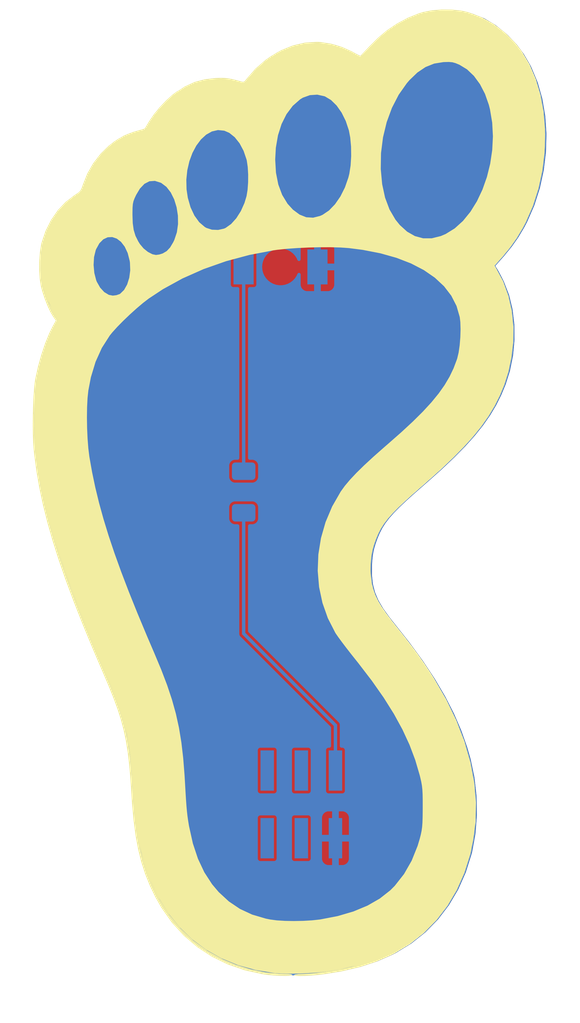
<source format=kicad_pcb>
(kicad_pcb (version 20221018) (generator pcbnew)
  (layers (0 "F.Cu" signal) (31 "B.Cu" signal) (34 "B.Paste" user) (35 "F.Paste" user) (36 "B.SilkS" user "B.Silkscreen") (37 "F.SilkS" user "F.Silkscreen") (38 "B.Mask" user) (39 "F.Mask" user) (44 "Edge.Cuts" user))
  (net 0 "")
  (net 1 "GND")
  (net 2 "Net-(D1-A)")
  (net 3 "3V3")
  (footprint "sao-2023-foot:foot_outline_edge" (layer "F.Cu") (at 148.6154 95.0722)
    (fp_text reference "G***" hide)
    (fp_text value "LOGO" hide)
    (fp_poly (pts (xy 12.621962 -35.854192) (xy 13.558347 -35.651211) (xy 14.434512 -35.304382) (xy 15.269194 -34.806001) (xy 16.081128 -34.148358) (xy 16.211077 -34.026987) (xy 16.842483 -33.362151) (xy 17.37439 -32.65178) (xy 17.847541 -31.840106) (xy 17.936124 -31.665894) (xy 18.412178 -30.53008) (xy 18.758452 -29.309338) (xy 18.975878 -28.024614) (xy 19.065391 -26.696855) (xy 19.027922 -25.347005) (xy 18.864405 -23.996012) (xy 18.575773 -22.664821) (xy 18.162958 -21.374378) (xy 17.626894 -20.14563) (xy 17.404157 -19.722847) (xy 16.964832 -18.986578) (xy 16.482364 -18.30117) (xy 15.912532 -17.605133) (xy 15.742926 -17.412953) (xy 15.25136 -16.863245) (xy 15.413075 -16.610927) (xy 15.524579 -16.417628) (xy 15.678779 -16.125648) (xy 15.847479 -15.788851) (xy 15.897356 -15.685761) (xy 16.277617 -14.712236) (xy 16.536292 -13.649108) (xy 16.672908 -12.523506) (xy 16.686997 -11.362555) (xy 16.578088 -10.193384) (xy 16.34571 -9.04312) (xy 16.029809 -8.044325) (xy 15.701009 -7.251826) (xy 15.317498 -6.486439) (xy 14.868152 -5.7344) (xy 14.341845 -4.981944) (xy 13.727454 -4.215307) (xy 13.013853 -3.420724) (xy 12.189918 -2.584432) (xy 11.244524 -1.692665) (xy 10.166546 -0.73166) (xy 10.00861 -0.594444) (xy 9.267275 0.053856) (xy 8.644689 0.614367) (xy 8.127406 1.103315) (xy 7.701979 1.536927) (xy 7.354962 1.93143) (xy 7.072907 2.303051) (xy 6.842368 2.668018) (xy 6.649899 3.042556) (xy 6.482053 3.442894) (xy 6.344913 3.826822) (xy 6.220548 4.250809) (xy 6.13935 4.678133) (xy 6.090188 5.175588) (xy 6.075347 5.444609) (xy 6.072473 6.172147) (xy 6.142353 6.82518) (xy 6.29675 7.434803) (xy 6.547424 8.032108) (xy 6.906136 8.648191) (xy 7.384649 9.314144) (xy 7.678472 9.682833) (xy 8.839853 11.150964) (xy 9.86249 12.550192) (xy 10.754145 13.894275) (xy 11.522576 15.196967) (xy 12.175543 16.472024) (xy 12.720805 17.733202) (xy 13.166123 18.994256) (xy 13.413245 19.849007) (xy 13.702634 21.222552) (xy 13.860292 22.633134) (xy 13.885837 24.047068) (xy 13.778891 25.430669) (xy 13.539071 26.750251) (xy 13.493248 26.934267) (xy 13.060164 28.304136) (xy 12.494889 29.578722) (xy 11.802305 30.751818) (xy 10.987296 31.81722) (xy 10.054745 32.76872) (xy 9.009535 33.600114) (xy 7.85655 34.305196) (xy 7.581953 34.446206) (xy 6.44585 34.942257) (xy 5.219933 35.344076) (xy 3.883614 35.65751) (xy 2.578628 35.867675) (xy 2.066267 35.926686) (xy 1.579118 35.967943) (xy 1.142411 35.990922) (xy 0.781377 35.995101) (xy 0.521246 35.979957) (xy -0.038519 35.980753) (xy -0.353076 35.98844) (xy -0.736848 35.979649) (xy -1.157176 35.955056) (xy -1.5814 35.915336) (xy -1.934437 35.868022) (xy -3.289662 35.573537) (xy -4.56378 35.133723) (xy -5.750737 34.552921) (xy -6.844483 33.835472) (xy -7.838962 32.985715) (xy -8.728124 32.00799) (xy -9.505914 30.906638) (xy -9.9532 30.118201) (xy -10.364331 29.263004) (xy -10.711776 28.399313) (xy -11.0012 27.502765) (xy -11.238265 26.549002) (xy -11.428637 25.513661) (xy -11.577979 24.372383) (xy -11.691955 23.100807) (xy -11.734615 22.456292) (xy -11.812813 21.287056) (xy -11.902677 20.255792) (xy -12.011186 19.332324) (xy -12.145316 18.486478) (xy -12.312045 17.688079) (xy -12.518351 16.906952) (xy -12.771211 16.112923) (xy -13.077601 15.275815) (xy -13.444501 14.365454) (xy -13.795889 13.542017) (xy -14.630825 11.590098) (xy -15.381218 9.769004) (xy -16.050897 8.066432) (xy -16.643689 6.470078) (xy -17.163423 4.96764) (xy -17.613925 3.546814) (xy -17.999024 2.195296) (xy -18.322548 0.900782) (xy -18.588325 -0.34903) (xy -18.800181 -1.566444) (xy -18.961947 -2.763764) (xy -19.011777 -3.222921) (xy -19.049504 -3.739064) (xy -19.071774 -4.360276) (xy -19.079407 -5.050444) (xy -19.073219 -5.773451) (xy -19.054031 -6.493183) (xy -19.02266 -7.173526) (xy -18.979925 -7.778365) (xy -18.926644 -8.271586) (xy -18.892508 -8.485562) (xy -18.694273 -9.38893) (xy -18.44599 -10.284551) (xy -18.161539 -11.130462) (xy -17.854801 -11.884698) (xy -17.595366 -12.407164) (xy -17.361842 -12.829229) (xy -17.594243 -13.164118) (xy -17.787515 -13.497468) (xy -17.994239 -13.945649) (xy -18.194516 -14.458618) (xy -18.368447 -14.986331) (xy -18.471947 -15.371431) (xy -18.560883 -15.919132) (xy -18.602688 -16.567456) (xy -18.598228 -17.255808) (xy -18.548367 -17.92359) (xy -18.453968 -18.510206) (xy -18.425482 -18.62947) (xy -18.13302 -19.49898) (xy -17.726292 -20.312067) (xy -17.223641 -21.042189) (xy -16.643414 -21.662808) (xy -16.003956 -22.147381) (xy -15.986349 -22.158144) (xy -15.719442 -22.331626) (xy -15.555299 -22.484826) (xy -15.447482 -22.675133) (xy -15.357003 -22.935892) (xy -15.025208 -23.773261) (xy -14.577531 -24.55337) (xy -14.032885 -25.257553) (xy -13.410182 -25.867145) (xy -12.728338 -26.363478) (xy -12.006265 -26.727887) (xy -11.306166 -26.933762) (xy -10.802366 -27.029505) (xy -10.426514 -27.661148) (xy -10.074073 -28.180754) (xy -9.634199 -28.719263) (xy -9.150528 -29.229374) (xy -8.666693 -29.663787) (xy -8.383259 -29.87607) (xy -7.568489 -30.336978) (xy -6.704685 -30.653945) (xy -5.815182 -30.822966) (xy -4.923316 -30.840037) (xy -4.052421 -30.701152) (xy -3.870413 -30.650609) (xy -3.40937 -30.512372) (xy -3.197565 -30.794762) (xy -2.508558 -31.588857) (xy -1.726343 -32.267139) (xy -0.872115 -32.814812) (xy 0.03293 -33.217082) (xy 0.462583 -33.349786) (xy 0.909675 -33.431198) (xy 1.459258 -33.47543) (xy 2.04975 -33.482391) (xy 2.619571 -33.45199) (xy 3.107138 -33.384136) (xy 3.23808 -33.353882) (xy 3.545158 -33.254685) (xy 3.934418 -33.103123) (xy 4.33948 -32.925731) (xy 4.496324 -32.850902) (xy 5.249932 -32.480711) (xy 5.965417 -33.240767) (xy 6.608393 -33.881764) (xy 7.225111 -34.402267) (xy 7.85852 -34.835097) (xy 8.536755 -35.205797) (xy 9.315778 -35.545859) (xy 10.055326 -35.768403) (xy 10.819588 -35.888385) (xy 11.606623 -35.921033)) (stroke (width 0.01)) (fill none) (layer "Edge.Cuts"))
  )
  (footprint "sao-2023-foot:foot_front_silkscreen" (layer "F.Cu") (at 148.59 94.97)
    (fp_text reference "G***" hide)
    (fp_text value "LOGO" hide)
    (fp_poly (pts (xy 12.045808 -35.85729) (xy 12.756915 -35.781273) (xy 13.229799 -35.677738) (xy 14.199805 -35.317039) (xy 15.123706 -34.808027) (xy 15.975757 -34.16936) (xy 16.730215 -33.419702) (xy 17.227502 -32.779939) (xy 17.821238 -31.773504) (xy 18.292885 -30.670605) (xy 18.643195 -29.489698) (xy 18.872919 -28.249235) (xy 18.982808 -26.967671) (xy 18.973614 -25.663458) (xy 18.846087 -24.355051) (xy 18.600979 -23.060904) (xy 18.23904 -21.799469) (xy 17.761022 -20.589201) (xy 17.167676 -19.448553) (xy 16.652667 -18.65717) (xy 16.367198 -18.280043) (xy 16.037213 -17.877408) (xy 15.723538 -17.522815) (xy 15.653367 -17.448814) (xy 15.133373 -16.910984) (xy 15.336234 -16.589632) (xy 15.860467 -15.605526) (xy 16.251191 -14.537993) (xy 16.507448 -13.407165) (xy 16.628283 -12.233177) (xy 16.612737 -11.036161) (xy 16.459856 -9.836252) (xy 16.168682 -8.653582) (xy 15.764862 -7.56836) (xy 15.358217 -6.729417) (xy 14.877236 -5.904114) (xy 14.311138 -5.07968) (xy 13.649146 -4.243344) (xy 12.88048 -3.382335) (xy 11.99436 -2.483882) (xy 10.980008 -1.535216) (xy 9.826645 -0.523564) (xy 9.798345 -0.499409) (xy 9.151143 0.056745) (xy 8.619361 0.524) (xy 8.18684 0.918252) (xy 7.83742 1.255399) (xy 7.554941 1.551336) (xy 7.323245 1.82196) (xy 7.126172 2.083168) (xy 7.029358 2.224549) (xy 6.558752 3.076453) (xy 6.223004 3.996867) (xy 6.028073 4.955612) (xy 5.979923 5.922506) (xy 6.084514 6.86737) (xy 6.098645 6.936329) (xy 6.208435 7.36616) (xy 6.358074 7.778988) (xy 6.561737 8.199453) (xy 6.833597 8.652192) (xy 7.18783 9.161845) (xy 7.638607 9.753048) (xy 7.927408 10.115186) (xy 8.552678 10.899623) (xy 9.089314 11.595347) (xy 9.56268 12.237333) (xy 9.998142 12.860555) (xy 10.421068 13.499988) (xy 10.696291 13.932954) (xy 11.611951 15.513849) (xy 12.371768 17.086435) (xy 12.975034 18.646338) (xy 13.421044 20.189184) (xy 13.70909 21.710596) (xy 13.838466 23.2062) (xy 13.808465 24.671621) (xy 13.618381 26.102484) (xy 13.267506 27.494414) (xy 13.006912 28.238742) (xy 12.425281 29.543609) (xy 11.735328 30.724071) (xy 10.934985 31.781647) (xy 10.022185 32.717857) (xy 8.994862 33.534222) (xy 7.850947 34.232263) (xy 6.588374 34.813498) (xy 5.205077 35.279449) (xy 3.698986 35.631636) (xy 2.741712 35.788113) (xy 2.092239 35.862296) (xy 1.374171 35.916707) (xy 0.636104 35.949769) (xy -0.073364 35.959902) (xy -0.705634 35.94553) (xy -1.13543 35.914025) (xy -2.555024 35.684973) (xy -3.883695 35.315366) (xy -5.118459 34.808043) (xy -6.256336 34.165842) (xy -7.294342 33.3916) (xy -8.229497 32.488157) (xy -9.058817 31.45835) (xy -9.77932 30.305017) (xy -10.388026 29.030997) (xy -10.88195 27.639128) (xy -11.219897 26.316202) (xy -11.337237 25.731676) (xy -11.43281 25.169601) (xy -11.510885 24.593134) (xy -11.575732 23.965435) (xy -11.631621 23.249663) (xy -11.682822 22.408977) (xy -11.691632 22.246027) (xy -11.767141 21.049538) (xy -11.862962 19.987556) (xy -11.986633 19.026861) (xy -12.145691 18.134234) (xy -12.347674 17.276456) (xy -12.60012 16.420308) (xy -12.910567 15.532569) (xy -13.286553 14.580021) (xy -13.597876 13.845103) (xy -14.379156 12.018761) (xy -15.082571 10.326081) (xy -15.712551 8.754017) (xy -16.273525 7.289522) (xy -16.769922 5.91955) (xy -17.206171 4.631056) (xy -17.586701 3.410993) (xy -17.915941 2.246316) (xy -18.19832 1.123978) (xy -18.438268 0.030933) (xy -18.626607 -0.967218) (xy -18.767989 -1.81479) (xy -18.874205 -2.547066) (xy -18.949629 -3.212247) (xy -18.998637 -3.858537) (xy -19.025603 -4.534138) (xy -19.034903 -5.287251) (xy -19.035014 -5.466887) (xy -19.034857 -5.473139) (xy -15.12269 -5.473139) (xy -15.110104 -4.681277) (xy -15.075194 -3.900982) (xy -15.018702 -3.176721) (xy -14.941368 -2.55296) (xy -14.936641 -2.523178) (xy -14.737996 -1.399038) (xy -14.500566 -0.265783) (xy -14.219683 0.890699) (xy -13.89068 2.084519) (xy -13.50889 3.329788) (xy -13.069645 4.640618) (xy -12.568277 6.031119) (xy -12.000119 7.515403) (xy -11.360505 9.107582) (xy -10.644765 10.821767) (xy -10.110077 12.069206) (xy -9.587843 13.318278) (xy -9.151292 14.463789) (xy -8.791922 15.541547) (xy -8.501231 16.587361) (xy -8.270718 17.637041) (xy -8.091879 18.726396) (xy -7.956212 19.891236) (xy -7.855216 21.167368) (xy -7.823587 21.699338) (xy -7.783074 22.41685) (xy -7.747078 22.996281) (xy -7.712813 23.467607) (xy -7.67749 23.860799) (xy -7.638321 24.205833) (xy -7.59252 24.532681) (xy -7.537297 24.871316) (xy -7.518514 24.979471) (xy -7.236224 26.252352) (xy -6.858427 27.391242) (xy -6.382226 28.402575) (xy -5.804721 29.292784) (xy -5.312992 29.874642) (xy -4.555124 30.57411) (xy -3.730316 31.130477) (xy -2.820827 31.553192) (xy -1.808918 31.851703) (xy -1.471854 31.920463) (xy -0.988725 31.983135) (xy -0.388087 32.020474) (xy 0.281291 32.032573) (xy 0.970638 32.019524) (xy 1.631187 31.981422) (xy 2.214165 31.91836) (xy 2.248552 31.913349) (xy 3.541758 31.664281) (xy 4.715666 31.320053) (xy 5.764261 30.88338) (xy 6.681528 30.35698) (xy 7.461453 29.74357) (xy 7.795316 29.408059) (xy 8.485516 28.529204) (xy 9.052146 27.537803) (xy 9.495998 26.432366) (xy 9.653908 25.904636) (xy 9.733877 25.592958) (xy 9.79171 25.314308) (xy 9.831053 25.030603) (xy 9.855553 24.703761) (xy 9.868855 24.2957) (xy 9.874608 23.768338) (xy 9.87537 23.591722) (xy 9.875198 23.027155) (xy 9.867801 22.591059) (xy 9.849514 22.24373) (xy 9.81667 21.945466) (xy 9.765606 21.656562) (xy 9.692654 21.337315) (xy 9.652303 21.175524) (xy 9.318651 20.03738) (xy 8.892244 18.905655) (xy 8.364727 17.765266) (xy 7.727745 16.601129) (xy 6.972943 15.398161) (xy 6.091966 14.141277) (xy 5.07646 12.815395) (xy 4.897842 12.591994) (xy 4.525538 12.123317) (xy 4.170734 11.666327) (xy 3.853563 11.247752) (xy 3.594157 10.894317) (xy 3.412649 10.632749) (xy 3.363638 10.555299) (xy 2.812039 9.474757) (xy 2.410987 8.336028) (xy 2.159877 7.154732) (xy 2.0581 5.946492) (xy 2.105052 4.726929) (xy 2.300124 3.511663) (xy 2.642712 2.316316) (xy 3.132207 1.15651) (xy 3.768004 0.047867) (xy 3.77183 0.042053) (xy 4.073918 -0.376114) (xy 4.457842 -0.833765) (xy 4.934249 -1.341636) (xy 5.513786 -1.910462) (xy 6.207101 -2.550982) (xy 7.024842 -3.273931) (xy 7.275166 -3.490531) (xy 8.27466 -4.369473) (xy 9.142107 -5.172541) (xy 9.88817 -5.912912) (xy 10.523509 -6.603763) (xy 11.058784 -7.258269) (xy 11.504658 -7.889607) (xy 11.871791 -8.510954) (xy 12.170844 -9.135486) (xy 12.412478 -9.77638) (xy 12.446882 -9.88245) (xy 12.548994 -10.313422) (xy 12.626422 -10.855049) (xy 12.675777 -11.45113) (xy 12.693671 -12.045461) (xy 12.676714 -12.58184) (xy 12.631977 -12.952317) (xy 12.39323 -13.778875) (xy 12.001334 -14.545371) (xy 11.461457 -15.248588) (xy 10.778767 -15.885306) (xy 9.958433 -16.452308) (xy 9.005622 -16.946375) (xy 7.925501 -17.364289) (xy 6.723239 -17.702832) (xy 5.404004 -17.958785) (xy 4.381253 -18.090475) (xy 3.773591 -18.133856) (xy 3.042762 -18.154704) (xy 2.232121 -18.154287) (xy 1.385019 -18.133873) (xy 0.544811 -18.094731) (xy -0.245151 -18.03813) (xy -0.941514 -17.965337) (xy -1.219536 -17.926601) (xy -3.026454 -17.581154) (xy -4.770146 -17.112713) (xy -6.434587 -16.527473) (xy -8.003752 -15.831625) (xy -9.461618 -15.031363) (xy -10.519914 -14.332403) (xy -10.942708 -14.00698) (xy -11.421722 -13.601621) (xy -11.923475 -13.148091) (xy -12.414486 -12.67816) (xy -12.861276 -12.223595) (xy -13.230364 -11.816163) (xy -13.423716 -11.577144) (xy -14.01188 -10.656554) (xy -14.480648 -9.619115) (xy -14.828977 -8.46751) (xy -15.019101 -7.473458) (xy -15.077929 -6.913697) (xy -15.112212 -6.232101) (xy -15.12269 -5.473139) (xy -19.034857 -5.473139) (xy -19.003051 -6.742968) (xy -18.905043 -7.897087) (xy -18.733576 -8.964943) (xy -18.481237 -9.982237) (xy -18.140616 -10.984667) (xy -17.704297 -12.007934) (xy -17.655041 -12.11294) (xy -17.316318 -12.829524) (xy -17.653382 -13.416583) (xy -18.086105 -14.319456) (xy -18.37917 -15.261179) (xy -18.53607 -16.223357) (xy -18.55149 -16.837018) (xy -14.627486 -16.837018) (xy -14.573483 -16.241462) (xy -14.434109 -15.699845) (xy -14.386575 -15.581332) (xy -14.138567 -15.144691) (xy -13.832749 -14.812957) (xy -13.494439 -14.608157) (xy -13.201434 -14.550331) (xy -12.923841 -14.58513) (xy -12.68146 -14.67066) (xy -12.65154 -14.688421) (xy -12.358034 -14.973266) (xy -12.128054 -15.382693) (xy -11.971753 -15.881765) (xy -11.899281 -16.435546) (xy -11.920791 -17.009099) (xy -11.93975 -17.138072) (xy -12.089218 -17.721983) (xy -12.311277 -18.196817) (xy -12.588555 -18.557134) (xy -12.903678 -18.797493) (xy -13.239276 -18.912454) (xy -13.577975 -18.896576) (xy -13.902403 -18.744419) (xy -14.195189 -18.450543) (xy -14.438959 -18.009506) (xy -14.470148 -17.930522) (xy -14.59381 -17.421657) (xy -14.627486 -16.837018) (xy -18.55149 -16.837018) (xy -18.560299 -17.187599) (xy -18.45535 -18.135511) (xy -18.224716 -19.048702) (xy -17.871892 -19.908779) (xy -17.479037 -20.565789) (xy -11.732781 -20.565789) (xy -11.712001 -19.94506) (xy -11.641521 -19.440662) (xy -11.509135 -19.004945) (xy -11.302635 -18.590257) (xy -11.17426 -18.385673) (xy -10.906902 -18.067024) (xy -10.58195 -17.805122) (xy -10.246803 -17.632118) (xy -9.984881 -17.578941) (xy -9.739054 -17.612497) (xy -9.480245 -17.693465) (xy -9.182902 -17.869148) (xy -8.931422 -18.136821) (xy -8.698233 -18.528564) (xy -8.617452 -18.697389) (xy -8.427998 -19.262558) (xy -8.341208 -19.876476) (xy -8.350135 -20.50978) (xy -8.447831 -21.133108) (xy -8.627348 -21.717099) (xy -8.881739 -22.232389) (xy -9.204055 -22.649616) (xy -9.587349 -22.939419) (xy -9.625823 -22.958841) (xy -10.063851 -23.096108) (xy -10.469304 -23.0686) (xy -10.841334 -22.876733) (xy -11.179095 -22.520926) (xy -11.454372 -22.058253) (xy -11.577797 -21.797484) (xy -11.658106 -21.5836) (xy -11.704517 -21.367176) (xy -11.726252 -21.098785) (xy -11.732529 -20.729003) (xy -11.732781 -20.565789) (xy -17.479037 -20.565789) (xy -17.400371 -20.697349) (xy -16.813646 -21.396019) (xy -16.115212 -21.986398) (xy -16.012149 -22.057071) (xy -15.744334 -22.241866) (xy -15.567923 -22.394076) (xy -15.445707 -22.563454) (xy -15.340478 -22.799752) (xy -15.234202 -23.097303) (xy -15.193801 -23.190673) (xy -7.723323 -23.190673) (xy -7.706747 -22.467561) (xy -7.613029 -21.839391) (xy -7.407642 -21.125838) (xy -7.120213 -20.512363) (xy -6.762536 -20.018126) (xy -6.346403 -19.662286) (xy -6.232223 -19.595928) (xy -5.819435 -19.461638) (xy -5.356863 -19.443532) (xy -4.916494 -19.541748) (xy -4.800932 -19.593172) (xy -4.389268 -19.885124) (xy -4.003607 -20.313753) (xy -3.664635 -20.84761) (xy -3.393042 -21.455245) (xy -3.239817 -21.966377) (xy -3.163608 -22.432426) (xy -3.12364 -22.989859) (xy -3.11989 -23.578065) (xy -3.15234 -24.136434) (xy -3.220967 -24.604355) (xy -3.239953 -24.685099) (xy -1.106523 -24.685099) (xy -1.049837 -23.706946) (xy -0.875968 -22.827004) (xy -0.587956 -22.053858) (xy -0.18884 -21.396095) (xy 0.21445 -20.953193) (xy 0.707131 -20.587098) (xy 1.204382 -20.388168) (xy 1.712206 -20.35536) (xy 2.236606 -20.487634) (xy 2.420693 -20.5705) (xy 2.898866 -20.893067) (xy 3.346705 -21.357431) (xy 3.747369 -21.937721) (xy 4.084019 -22.608062) (xy 4.339813 -23.342583) (xy 4.411359 -23.628868) (xy 4.466149 -23.979017) (xy 6.752236 -23.979017) (xy 6.856616 -22.851191) (xy 7.073406 -21.847858) (xy 7.402923 -20.968093) (xy 7.84548 -20.210971) (xy 8.171377 -19.808634) (xy 8.716054 -19.314539) (xy 9.295435 -18.984877) (xy 9.907297 -18.820082) (xy 10.549415 -18.820587) (xy 11.219567 -18.986828) (xy 11.585442 -19.142324) (xy 12.256559 -19.557015) (xy 12.872199 -20.113807) (xy 13.426097 -20.793951) (xy 13.91199 -21.578695) (xy 14.323612 -22.449289) (xy 14.654699 -23.386984) (xy 14.898986 -24.373027) (xy 15.050209 -25.388669) (xy 15.102102 -26.41516) (xy 15.048402 -27.433748) (xy 14.882843 -28.425683) (xy 14.798434 -28.75905) (xy 14.512307 -29.575217) (xy 14.137098 -30.300218) (xy 13.686218 -30.915768) (xy 13.173083 -31.403581) (xy 12.611105 -31.745373) (xy 12.60616 -31.747598) (xy 12.319075 -31.866869) (xy 12.080214 -31.932365) (xy 11.821449 -31.955158) (xy 11.474658 -31.946318) (xy 11.405753 -31.94267) (xy 10.72661 -31.833106) (xy 10.088578 -31.577303) (xy 9.480311 -31.168686) (xy 8.890462 -30.600686) (xy 8.693073 -30.371277) (xy 8.087543 -29.51226) (xy 7.58546 -28.538647) (xy 7.193887 -27.473705) (xy 6.91989 -26.340698) (xy 6.770531 -25.162892) (xy 6.752236 -23.979017) (xy 4.466149 -23.979017) (xy 4.506863 -24.239211) (xy 4.549554 -24.934262) (xy 4.540062 -25.651342) (xy 4.479017 -26.32777) (xy 4.378924 -26.856206) (xy 4.146487 -27.555685) (xy 3.835992 -28.181434) (xy 3.4639 -28.710366) (xy 3.046672 -29.119392) (xy 2.60077 -29.385424) (xy 2.565796 -29.399288) (xy 2.025575 -29.51905) (xy 1.475453 -29.482397) (xy 0.953583 -29.294118) (xy 0.753154 -29.171783) (xy 0.199891 -28.685712) (xy -0.263792 -28.067838) (xy -0.632061 -27.332241) (xy -0.899079 -26.493004) (xy -1.059007 -25.564209) (xy -1.106523 -24.685099) (xy -3.239953 -24.685099) (xy -3.240742 -24.688455) (xy -3.460567 -25.334083) (xy -3.758967 -25.894413) (xy -4.119486 -26.348116) (xy -4.525665 -26.673862) (xy -4.896937 -26.834861) (xy -5.368018 -26.882149) (xy -5.820733 -26.777959) (xy -6.246129 -26.538759) (xy -6.635251 -26.18102) (xy -6.979143 -25.721212) (xy -7.268851 -25.175803) (xy -7.49542 -24.561264) (xy -7.649896 -23.894064) (xy -7.723323 -23.190673) (xy -15.193801 -23.190673) (xy -14.856874 -23.969349) (xy -14.363849 -24.761213) (xy -13.772073 -25.455454) (xy -13.098493 -26.034626) (xy -12.360055 -26.481286) (xy -11.690728 -26.744728) (xy -11.376081 -26.836421) (xy -11.098204 -26.912636) (xy -10.933774 -26.953087) (xy -10.792171 -27.026343) (xy -10.630476 -27.202858) (xy -10.429938 -27.504756) (xy -10.345033 -27.647691) (xy -10.029839 -28.117611) (xy -9.617195 -28.625108) (xy -9.251655 -29.016065) (xy -8.552572 -29.64631) (xy -7.853258 -30.123343) (xy -7.126502 -30.459988) (xy -6.345094 -30.669066) (xy -5.550935 -30.75997) (xy -5.164853 -30.774054) (xy -4.838565 -30.764616) (xy -4.520575 -30.724502) (xy -4.159384 -30.646559) (xy -3.703497 -30.523634) (xy -3.565932 -30.48424) (xy -3.457718 -30.482828) (xy -3.333056 -30.555872) (xy -3.165438 -30.725129) (xy -2.939374 -30.998493) (xy -2.265806 -31.726725) (xy -1.503816 -32.340628) (xy -0.674483 -32.830287) (xy 0.201112 -33.185788) (xy 1.101888 -33.397215) (xy 2.006766 -33.454654) (xy 2.255882 -33.441955) (xy 3.051636 -33.318809) (xy 3.852361 -33.082589) (xy 4.585869 -32.755744) (xy 4.736989 -32.6704) (xy 5.054173 -32.490957) (xy 5.253846 -32.400773) (xy 5.356474 -32.392895) (xy 5.382782 -32.450914) (xy 5.441258 -32.558644) (xy 5.60028 -32.753872) (xy 5.835242 -33.011703) (xy 6.121538 -33.307245) (xy 6.43456 -33.615603) (xy 6.749702 -33.911885) (xy 7.042357 -34.171195) (xy 7.250711 -34.340631) (xy 7.981656 -34.833521) (xy 8.781648 -35.257948) (xy 9.586906 -35.581723) (xy 9.896202 -35.67584) (xy 10.553242 -35.804539) (xy 11.290514 -35.865034)) (fill solid) (layer "F.SilkS"))
  )
  (footprint "clipboard:a7355536-ea23-4621-83d9-54a806e6b56a" (layer "F.Cu") (at 163.83 88.62)
    (fp_text reference "" (at 0 0) (layer "F.SilkS") (effects (font (size 1.27 1.27))))
    (fp_text value "" (at 0 0) (layer "F.SilkS") (effects (font (size 1.27 1.27))))
    (fp_poly (pts (xy -2.695536 -29.367753) (xy -1.759151 -29.164772) (xy -0.882986 -28.817943) (xy -0.048304 -28.319562) (xy 0.76363 -27.661919) (xy 0.893579 -27.540548) (xy 1.524985 -26.875712) (xy 2.056892 -26.165341) (xy 2.530043 -25.353667) (xy 2.618626 -25.179455) (xy 3.09468 -24.043641) (xy 3.440954 -22.822899) (xy 3.65838 -21.538175) (xy 3.747893 -20.210416) (xy 3.710424 -18.860566) (xy 3.546907 -17.509573) (xy 3.258275 -16.178382) (xy 2.84546 -14.887939) (xy 2.309396 -13.659191) (xy 2.086659 -13.236408) (xy 1.647334 -12.500139) (xy 1.164866 -11.814731) (xy 0.595034 -11.118694) (xy 0.425428 -10.926514) (xy -0.066138 -10.376806) (xy 0.095577 -10.124488) (xy 0.207081 -9.931189) (xy 0.361281 -9.639209) (xy 0.529981 -9.302412) (xy 0.579858 -9.199322) (xy 0.960119 -8.225797) (xy 1.218794 -7.162669) (xy 1.35541 -6.037067) (xy 1.369499 -4.876116) (xy 1.26059 -3.706945) (xy 1.028212 -2.556681) (xy 0.712311 -1.557886) (xy 0.383511 -0.765387) (xy 0 0) (xy -0.449346 0.752039) (xy -0.975653 1.504495) (xy -1.590044 2.271132) (xy -2.303645 3.065715) (xy -3.12758 3.902007) (xy -4.072974 4.793774) (xy -5.150952 5.754779) (xy -5.308888 5.891995) (xy -6.050223 6.540295) (xy -6.672809 7.100806) (xy -7.190092 7.589754) (xy -7.615519 8.023366) (xy -7.962536 8.417869) (xy -8.244591 8.78949) (xy -8.47513 9.154457) (xy -8.667599 9.528995) (xy -8.835445 9.929333) (xy -8.972585 10.313261) (xy -9.09695 10.737248) (xy -9.178148 11.164572) (xy -9.22731 11.662027) (xy -9.242151 11.931048) (xy -9.245025 12.658586) (xy -9.175145 13.311619) (xy -9.020748 13.921242) (xy -8.770074 14.518547) (xy -8.411362 15.13463) (xy -7.932849 15.800583) (xy -7.639026 16.169272) (xy -6.477645 17.637403) (xy -5.455008 19.036631) (xy -4.563353 20.380714) (xy -3.794922 21.683406) (xy -3.141955 22.958463) (xy -2.596693 24.219641) (xy -2.151375 25.480695) (xy -1.904253 26.335446) (xy -1.614864 27.708991) (xy -1.457206 29.119573) (xy -1.431661 30.533507) (xy -1.538607 31.917108) (xy -1.778427 33.23669) (xy -1.82425 33.420706) (xy -2.257334 34.790575) (xy -2.822609 36.065161) (xy -3.515193 37.238257) (xy -4.330202 38.303659) (xy -5.262753 39.255159) (xy -6.307963 40.086553) (xy -7.460948 40.791635) (xy -7.735545 40.932645) (xy -8.871648 41.428696) (xy -10.097565 41.830515) (xy -11.433884 42.143949) (xy -12.73887 42.354114) (xy -13.251231 42.413125) (xy -13.73838 42.454382) (xy -14.175087 42.477361) (xy -14.536121 42.48154) (xy -14.796252 42.466396) (xy -14.930249 42.431407) (xy -14.939021 42.399685) (xy -14.834985 42.358323) (xy -14.609721 42.328183) (xy -14.310134 42.315298) (xy -14.282236 42.315191) (xy -13.815763 42.294336) (xy -13.231848 42.23674) (xy -12.575555 42.149099) (xy -11.891948 42.038111) (xy -11.226092 41.910475) (xy -10.623051 41.772887) (xy -10.608314 41.769161) (xy -9.195159 41.334828) (xy -7.893647 40.777554) (xy -6.705868 40.09895) (xy -5.633914 39.300627) (xy -4.679878 38.384197) (xy -3.845848 37.351272) (xy -3.133918 36.203464) (xy -2.965333 35.878935) (xy -2.374032 34.519318) (xy -1.946887 33.134528) (xy -1.683947 31.723338) (xy -1.585263 30.284515) (xy -1.650883 28.816831) (xy -1.880858 27.319055) (xy -2.275236 25.789956) (xy -2.834067 24.228306) (xy -3.493892 22.760943) (xy -3.936635 21.895008) (xy -4.395053 21.070134) (xy -4.886225 20.260587) (xy -5.42723 19.440635) (xy -6.035147 18.584545) (xy -6.727054 17.666586) (xy -7.52003 16.661024) (xy -7.647883 16.502117) (xy -8.183835 15.815054) (xy -8.607004 15.212824) (xy -8.92851 14.666488) (xy -9.15947 14.147106) (xy -9.311004 13.625742) (xy -9.394229 13.073454) (xy -9.420264 12.461306) (xy -9.407913 11.921142) (xy -9.349905 11.179061) (xy -9.234853 10.536193) (xy -9.045867 9.928403) (xy -8.766057 9.291556) (xy -8.660225 9.082051) (xy -8.488993 8.774397) (xy -8.294852 8.477642) (xy -8.062692 8.175816) (xy -7.777399 7.852944) (xy -7.423862 7.493054) (xy -6.986969 7.080174) (xy -6.451608 6.598331) (xy -5.802667 6.031552) (xy -5.64691 5.89711) (xy -4.646469 5.021833) (xy -3.771953 4.2266) (xy -3.010198 3.496856) (xy -2.348039 2.818047) (xy -1.77231 2.175618) (xy -1.269846 1.555014) (xy -0.827482 0.941681) (xy -0.432053 0.321063) (xy -0.140798 -0.190195) (xy 0.406174 -1.346013) (xy 0.812717 -2.529747) (xy 1.078499 -3.725656) (xy 1.203188 -4.917997) (xy 1.186451 -6.09103) (xy 1.027955 -7.22901) (xy 0.727368 -8.316197) (xy 0.284357 -9.336847) (xy 0.06078 -9.73358) (xy -0.097192 -10.010853) (xy -0.212358 -10.243936) (xy -0.262037 -10.386477) (xy -0.262531 -10.394298) (xy -0.207884 -10.505817) (xy -0.060509 -10.705701) (xy 0.154749 -10.962019) (xy 0.327355 -11.152401) (xy 1.140287 -12.141465) (xy 1.852608 -13.255398) (xy 2.455997 -14.478431) (xy 2.942132 -15.794798) (xy 3.136409 -16.474488) (xy 3.301692 -17.162987) (xy 3.419313 -17.790574) (xy 3.495444 -18.410979) (xy 3.536259 -19.077934) (xy 3.54793 -19.845169) (xy 3.547089 -20.048991) (xy 3.507118 -21.123826) (xy 3.397665 -22.091061) (xy 3.210245 -22.999863) (xy 2.936373 -23.899394) (xy 2.834132 -24.179971) (xy 2.358318 -25.244225) (xy 1.78245 -26.196108) (xy 1.117528 -27.030288) (xy 0.37455 -27.74143) (xy -0.435485 -28.3242) (xy -1.301577 -28.773263) (xy -2.212728 -29.083287) (xy -3.157939 -29.248936) (xy -4.126211 -29.264878) (xy -5.106546 -29.125776) (xy -6.087943 -28.826299) (xy -6.440369 -28.677755) (xy -7.290821 -28.218153) (xy -8.125861 -27.627182) (xy -8.901464 -26.939231) (xy -9.484369 -26.29993) (xy -9.702915 -26.043102) (xy -9.886965 -25.845662) (xy -10.007817 -25.737633) (xy -10.032971 -25.726143) (xy -10.13858 -25.766989) (xy -10.345694 -25.875014) (xy -10.613047 -26.028454) (xy -10.663921 -26.058937) (xy -11.448468 -26.449772) (xy -12.281555 -26.714775) (xy -13.125356 -26.845518) (xy -13.942046 -26.833569) (xy -14.068551 -26.817728) (xy -14.814661 -26.660412) (xy -15.557818 -26.410715) (xy -16.222611 -26.094626) (xy -16.303565 -26.047494) (xy -16.636712 -25.818464) (xy -17.027841 -25.503871) (xy -17.43554 -25.141733) (xy -17.818397 -24.770067) (xy -18.135001 -24.426891) (xy -18.304274 -24.210771) (xy -18.414205 -24.056409) (xy -18.512768 -23.955896) (xy -18.632276 -23.905963) (xy -18.80504 -23.903343) (xy -19.063373 -23.944769) (xy -19.439588 -24.026973) (xy -19.648954 -24.0748) (xy -20.221534 -24.177868) (xy -20.737842 -24.20036) (xy -21.27996 -24.142714) (xy -21.580979 -24.085115) (xy -22.47461 -23.810648) (xy -23.318312 -23.379258) (xy -24.104458 -22.79683) (xy -24.825424 -22.069245) (xy -25.473584 -21.202388) (xy -25.621434 -20.967756) (xy -25.805829 -20.675331) (xy -25.94496 -20.496202) (xy -26.075913 -20.396989) (xy -26.235771 -20.344311) (xy -26.334926 -20.325536) (xy -27.136767 -20.105329) (xy -27.898864 -19.733166) (xy -28.605913 -19.223521) (xy -29.242609 -18.590865) (xy -29.79365 -17.849671) (xy -30.24373 -17.01441) (xy -30.4835 -16.402488) (xy -30.597461 -16.082436) (xy -30.699209 -15.874955) (xy -30.824723 -15.731455) (xy -31.009982 -15.603345) (xy -31.124763 -15.536435) (xy -31.402545 -15.350219) (xy -31.726398 -15.092711) (xy -32.029492 -14.817315) (xy -32.049297 -14.797655) (xy -32.650078 -14.081308) (xy -33.12297 -13.274239) (xy -33.466436 -12.396775) (xy -33.678934 -11.46924) (xy -33.758925 -10.51196) (xy -33.70487 -9.545262) (xy -33.515227 -8.589471) (xy -33.188457 -7.664913) (xy -32.72302 -6.791914) (xy -32.662853 -6.699245) (xy -32.449961 -6.377542) (xy -32.918088 -5.391412) (xy -33.309159 -4.507687) (xy -33.618648 -3.662519) (xy -33.854747 -2.818447) (xy -34.02565 -1.938008) (xy -34.139551 -0.983742) (xy -34.204641 0.081815) (xy -34.219063 0.556969) (xy -34.227456 1.573473) (xy -34.200196 2.509916) (xy -34.132647 3.416108) (xy -34.020174 4.341856) (xy -33.858141 5.336969) (xy -33.694627 6.192069) (xy -33.457954 7.295591) (xy -33.189932 8.399064) (xy -32.884901 9.519126) (xy -32.537198 10.672418) (xy -32.141164 11.87558) (xy -31.691136 13.14525) (xy -31.181453 14.498069) (xy -30.606455 15.950676) (xy -29.960481 17.519711) (xy -29.352664 18.954337) (xy -29.060018 19.641085) (xy -28.780178 20.304623) (xy -28.522184 20.923006) (xy -28.295079 21.474292) (xy -28.107904 21.936535) (xy -27.9697 22.287791) (xy -27.890656 22.502689) (xy -27.545956 23.708409) (xy -27.271439 25.063254) (xy -27.066885 26.568554) (xy -26.932073 28.225637) (xy -26.927191 28.311936) (xy -26.859227 29.401886) (xy -26.782392 30.350959) (xy -26.692683 31.186421) (xy -26.5861 31.935536) (xy -26.458642 32.625571) (xy -26.306307 33.283789) (xy -26.125094 33.937456) (xy -26.079561 34.087899) (xy -25.575803 35.483684) (xy -24.959557 36.756885) (xy -24.231941 37.906133) (xy -23.394069 38.930062) (xy -22.447058 39.827303) (xy -21.392024 40.596489) (xy -20.258113 41.222948) (xy -19.235833 41.645723) (xy -18.156413 41.974993) (xy -17.068114 42.199259) (xy -16.019192 42.307021) (xy -15.674948 42.315083) (xy -15.365272 42.326096) (xy -15.150087 42.355248) (xy -15.065349 42.397551) (xy -15.06518 42.399685) (xy -15.143332 42.442352) (xy -15.356017 42.467192) (xy -15.670574 42.474879) (xy -16.054346 42.466088) (xy -16.474674 42.441495) (xy -16.898898 42.401775) (xy -17.251935 42.354461) (xy -18.60716 42.059976) (xy -19.881278 41.620162) (xy -21.068235 41.03936) (xy -22.161981 40.321911) (xy -23.15646 39.472154) (xy -24.045622 38.494429) (xy -24.823412 37.393077) (xy -25.270698 36.60464) (xy -25.681829 35.749443) (xy -26.029274 34.885752) (xy -26.318698 33.989204) (xy -26.555763 33.035441) (xy -26.746135 32.0001) (xy -26.895477 30.858822) (xy -27.009453 29.587246) (xy -27.052113 28.942731) (xy -27.130311 27.773495) (xy -27.220175 26.742231) (xy -27.328684 25.818763) (xy -27.462814 24.972917) (xy -27.629543 24.174518) (xy -27.835849 23.393391) (xy -28.088709 22.599362) (xy -28.395099 21.762254) (xy -28.761999 20.851893) (xy -29.113387 20.028456) (xy -29.948323 18.076537) (xy -30.698716 16.255443) (xy -31.368395 14.552871) (xy -31.961187 12.956517) (xy -32.480921 11.454079) (xy -32.931423 10.033253) (xy -33.316522 8.681735) (xy -33.640046 7.387221) (xy -33.905823 6.137409) (xy -34.117679 4.919995) (xy -34.279445 3.722675) (xy -34.329275 3.263518) (xy -34.367002 2.747375) (xy -34.389272 2.126163) (xy -34.396905 1.435995) (xy -34.390717 0.712988) (xy -34.371529 -0.006744) (xy -34.340158 -0.687087) (xy -34.297423 -1.291926) (xy -34.244142 -1.785147) (xy -34.210006 -1.999123) (xy -34.011771 -2.902491) (xy -33.763488 -3.798112) (xy -33.479037 -4.644023) (xy -33.172299 -5.398259) (xy -32.912864 -5.920725) (xy -32.67934 -6.34279) (xy -32.911741 -6.677679) (xy -33.105013 -7.011029) (xy -33.311737 -7.45921) (xy -33.512014 -7.972179) (xy -33.685945 -8.499892) (xy -33.789445 -8.884992) (xy -33.878381 -9.432693) (xy -33.920186 -10.081017) (xy -33.915726 -10.769369) (xy -33.865865 -11.437151) (xy -33.771466 -12.023767) (xy -33.74298 -12.143031) (xy -33.450518 -13.012541) (xy -33.04379 -13.825628) (xy -32.541139 -14.55575) (xy -31.960912 -15.176369) (xy -31.321454 -15.660942) (xy -31.303847 -15.671705) (xy -31.03694 -15.845187) (xy -30.872797 -15.998387) (xy -30.76498 -16.188694) (xy -30.674501 -16.449453) (xy -30.342706 -17.286822) (xy -29.895029 -18.066931) (xy -29.350383 -18.771114) (xy -28.72768 -19.380706) (xy -28.045836 -19.877039) (xy -27.323763 -20.241448) (xy -26.623664 -20.447323) (xy -26.119864 -20.543066) (xy -25.744012 -21.174709) (xy -25.391571 -21.694315) (xy -24.951697 -22.232824) (xy -24.468026 -22.742935) (xy -23.984191 -23.177348) (xy -23.700757 -23.389631) (xy -22.885987 -23.850539) (xy -22.022183 -24.167506) (xy -21.13268 -24.336527) (xy -20.240814 -24.353598) (xy -19.369919 -24.214713) (xy -19.187911 -24.16417) (xy -18.726868 -24.025933) (xy -18.515063 -24.308323) (xy -17.826056 -25.102418) (xy -17.043841 -25.7807) (xy -16.189613 -26.328373) (xy -15.284568 -26.730643) (xy -14.854915 -26.863347) (xy -14.407823 -26.944759) (xy -13.85824 -26.988991) (xy -13.267748 -26.995952) (xy -12.697927 -26.965551) (xy -12.21036 -26.897697) (xy -12.079418 -26.867443) (xy -11.77234 -26.768246) (xy -11.38308 -26.616684) (xy -10.978018 -26.439292) (xy -10.821174 -26.364463) (xy -10.067566 -25.994272) (xy -9.352081 -26.754328) (xy -8.709105 -27.395325) (xy -8.092387 -27.915828) (xy -7.458978 -28.348658) (xy -6.780743 -28.719358) (xy -6.00172 -29.05942) (xy -5.262172 -29.281964) (xy -4.49791 -29.401946) (xy -3.710875 -29.434594)) (fill solid) (layer "F.SilkS"))
  )
  (footprint "sao-2023-foot:toes" (layer "F.Cu") (at 148.63002 95.0004)
    (fp_text reference "G***" hide)
    (fp_text value "LOGO" hide)
    (zone (net 0) (net_name "") (layer "F.Cu") (connect_pads (clearance 0)) (min_thickness 0.25)
      (keepout (tracks not_allowed) (vias not_allowed) (pads not_allowed) (copperpour not_allowed) (footprints not_allowed))
      (fill (thermal_gap 0.5) (thermal_bridge_width 0.5))
      (polygon (pts (xy 135.566912 75.990787) (xy 135.934244 76.172257) (xy 136.265363 76.480483) (xy 136.539307 76.906824) (xy 136.663035 77.202798) (xy 136.745292 77.54654) (xy 136.796311 77.982292) (xy 136.815362 78.456335) (xy 136.801718 78.914951) (xy 136.754647 79.304419) (xy 136.694559 79.524904) (xy 136.434551 80.014759) (xy 136.111966 80.359303) (xy 135.735542 80.552765) (xy 135.314016 80.589371) (xy 135.131014 80.557903) (xy 134.817254 80.405771) (xy 134.511063 80.12011) (xy 134.245598 79.733643) (xy 134.192735 79.63179) (xy 134.077634 79.372547) (xy 134.002951 79.126596) (xy 133.957828 78.839725) (xy 133.931412 78.457725) (xy 133.924629 78.292926) (xy 133.927612 77.952603) (xy 133.930344 77.640947) (xy 134.005856 77.118858) (xy 134.158128 76.700515) (xy 134.394126 76.359772) (xy 134.457256 76.293342) (xy 134.807457 76.042687) (xy 135.18433 75.944716)))
    )
    (zone (net 0) (net_name "") (layer "F.Cu") (connect_pads (clearance 0)) (min_thickness 0.25)
      (keepout (tracks not_allowed) (vias not_allowed) (pads not_allowed) (copperpour not_allowed) (footprints not_allowed))
      (fill (thermal_gap 0.5) (thermal_bridge_width 0.5))
      (polygon (pts (xy 143.557407 67.989762) (xy 144.068337 68.160907) (xy 144.110112 68.182165) (xy 144.56002 68.505971) (xy 144.926374 68.948621) (xy 145.210736 69.488352) (xy 145.414667 70.103405) (xy 145.539727 70.772017) (xy 145.587478 71.472428) (xy 145.559482 72.182876) (xy 145.457299 72.881601) (xy 145.282491 73.546841) (xy 145.036619 74.156835) (xy 144.721245 74.689821) (xy 144.337929 75.12404) (xy 143.888232 75.437729) (xy 143.580728 75.560972) (xy 143.277052 75.643309) (xy 143.053983 75.672962) (xy 142.833599 75.653481) (xy 142.608493 75.605295) (xy 142.179803 75.422897) (xy 141.773954 75.09717) (xy 141.412838 74.652991) (xy 141.118345 74.115241) (xy 140.982514 73.757339) (xy 140.859173 73.231381) (xy 140.782846 72.604304) (xy 140.765122 72.163545) (xy 140.75602 71.9372) (xy 140.781186 71.291162) (xy 140.859361 70.734181) (xy 141.071469 69.981898) (xy 141.360211 69.334884) (xy 141.714273 68.802023) (xy 142.122338 68.392197) (xy 142.573092 68.11429) (xy 143.05522 67.977184)))
    )
    (zone (net 0) (net_name "") (layer "F.Cu") (connect_pads (clearance 0)) (min_thickness 0.25)
      (keepout (tracks not_allowed) (vias not_allowed) (pads not_allowed) (copperpour not_allowed) (footprints not_allowed))
      (fill (thermal_gap 0.5) (thermal_bridge_width 0.5))
      (polygon (pts (xy 151.114064 65.434385) (xy 151.609218 65.662956) (xy 152.066125 66.040802) (xy 152.472026 66.550929) (xy 152.814159 67.176344) (xy 153.079763 67.900051) (xy 153.143406 68.136995) (xy 153.233156 68.657811) (xy 153.281285 69.285765) (xy 153.2885 69.965194) (xy 153.255503 70.640434) (xy 153.183001 71.255822) (xy 153.098804 71.660997) (xy 152.832984 72.456943) (xy 152.488606 73.164344) (xy 152.078976 73.763637) (xy 151.617402 74.235261) (xy 151.131857 74.552626) (xy 150.636566 74.706581) (xy 150.08818 74.733382) (xy 149.542267 74.634279) (xy 149.228691 74.509795) (xy 148.750708 74.181318) (xy 148.325652 73.705525) (xy 147.963596 73.09776) (xy 147.674607 72.373368) (xy 147.559008 71.965597) (xy 147.477269 71.491429) (xy 147.430811 70.905471) (xy 147.418953 70.260257) (xy 147.419937 70.231195) (xy 147.441018 69.608318) (xy 147.496323 69.002188) (xy 147.58419 68.4944) (xy 147.605008 68.411508) (xy 147.878144 67.597179) (xy 148.225827 66.894879) (xy 148.638134 66.313025) (xy 149.105143 65.860037) (xy 149.616931 65.544332) (xy 150.163575 65.374329) (xy 150.735153 65.358447)))
    )
    (zone (net 0) (net_name "") (layer "F.Cu") (connect_pads (clearance 0)) (min_thickness 0.25)
      (keepout (tracks not_allowed) (vias not_allowed) (pads not_allowed) (copperpour not_allowed) (footprints not_allowed))
      (fill (thermal_gap 0.5) (thermal_bridge_width 0.5))
      (polygon (pts (xy 139.005085 71.90395) (xy 139.427681 72.159568) (xy 139.781381 72.538994) (xy 139.839444 72.625833) (xy 140.052015 73.012263) (xy 140.199729 73.412869) (xy 140.291619 73.868246) (xy 140.336719 74.41899) (xy 140.34529 74.899076) (xy 140.342147 75.352409) (xy 140.328981 75.67944) (xy 140.299742 75.922033) (xy 140.24838 76.122049) (xy 140.168845 76.321354) (xy 140.126498 76.412983) (xy 139.87503 76.847617) (xy 139.583914 77.190344) (xy 139.283056 77.407328) (xy 139.225704 77.432142) (xy 138.898296 77.499409) (xy 138.517774 77.495693) (xy 138.163739 77.426404) (xy 137.983911 77.34778) (xy 137.631765 77.057146) (xy 137.305121 76.647484) (xy 137.041581 76.167544) (xy 137.00339 76.076559) (xy 136.925139 75.857114) (xy 136.872 75.634532) (xy 136.839291 75.368818) (xy 136.822326 75.019972) (xy 136.81642 74.547998) (xy 136.816226 74.478546) (xy 136.81731 74.206657) (xy 136.818123 74.002892) (xy 136.829335 73.656655) (xy 136.854691 73.401103) (xy 136.899022 73.197499) (xy 136.967158 73.007111) (xy 137.012793 72.902262) (xy 137.220417 72.545431) (xy 137.492749 72.218925) (xy 137.78873 71.96444) (xy 138.067298 71.823672) (xy 138.077607 71.820969) (xy 138.544693 71.786348)))
    )
    (zone (net 0) (net_name "") (layer "F.Cu") (connect_pads (clearance 0)) (min_thickness 0.25)
      (keepout (tracks not_allowed) (vias not_allowed) (pads not_allowed) (copperpour not_allowed) (footprints not_allowed))
      (fill (thermal_gap 0.5) (thermal_bridge_width 0.5))
      (polygon (pts (xy 160.770913 62.968244) (xy 161.447889 63.203778) (xy 161.471724 63.215157) (xy 162.030019 63.575167) (xy 162.525922 64.079957) (xy 162.952688 64.715567) (xy 163.303571 65.468037) (xy 163.571826 66.323406) (xy 163.750708 67.267714) (xy 163.825371 68.086493) (xy 163.823014 69.186534) (xy 163.710702 70.268558) (xy 163.496193 71.315234) (xy 163.187245 72.309234) (xy 162.791614 73.233229) (xy 162.317058 74.069888) (xy 161.771333 74.801884) (xy 161.162198 75.411885) (xy 160.497408 75.882565) (xy 160.284982 75.995634) (xy 159.696301 76.210361) (xy 159.067426 76.309309) (xy 158.451377 76.288269) (xy 157.991 76.177819) (xy 157.351584 75.860228) (xy 156.786231 75.393741) (xy 156.297545 74.781741) (xy 155.888126 74.027611) (xy 155.560579 73.134732) (xy 155.508148 72.950894) (xy 155.441768 72.692435) (xy 155.392775 72.450872) (xy 155.358717 72.194233) (xy 155.337145 71.890544) (xy 155.325608 71.507833) (xy 155.321656 71.014127) (xy 155.322434 70.7434) (xy 155.322434 70.500141) (xy 155.325838 69.926757) (xy 155.333914 69.462602) (xy 155.349509 69.099552) (xy 155.375621 68.804056) (xy 155.415246 68.542564) (xy 155.471383 68.281526) (xy 155.54703 67.987391) (xy 155.550078 67.976047) (xy 155.897768 66.880649) (xy 156.318773 65.920545) (xy 156.823927 65.074852) (xy 157.424065 64.322686) (xy 157.472838 64.269857) (xy 158.105665 63.682977) (xy 158.75645 63.258171) (xy 159.420629 62.996644) (xy 160.093638 62.899601)))
    )
  )
  (footprint "Resistor_SMD:R_1206_3216Metric_Pad1.30x1.75mm_HandSolder" (layer "B.Cu") (at 145.1356 95.0468 -90)
    (fp_text reference "R1" hide)
    (fp_text value "R")
    (pad "1" smd roundrect (at -1.55 0 270) (size 1.3 1.75) (layers "B.Cu" "B.Paste" "B.Mask") (roundrect_rratio 0.192308) (net 2 "Net-(D1-A)"))
    (pad "2" smd roundrect (at 1.55 0 270) (size 1.3 1.75) (layers "B.Cu" "B.Paste" "B.Mask") (roundrect_rratio 0.192308) (net 3 "3V3"))
  )
  (footprint "Connector_PinSocket_2.54mm:PinSocket_2x03_P2.54mm_Vertical_SMD" (layer "B.Cu") (at 149.4282 118.3132 90)
    (fp_text reference "J1" hide)
    (fp_text value "Conn_02x03_Odd_Even")
    (pad "1" smd rect (at 2.52 2.54 90) (size 3 1) (layers "B.Cu" "B.Paste" "B.Mask") (net 3 "3V3"))
    (pad "2" smd rect (at -2.52 2.54 90) (size 3 1) (layers "B.Cu" "B.Paste" "B.Mask") (net 1 "GND"))
    (pad "3" smd rect (at 2.52 0 90) (size 3 1) (layers "B.Cu" "B.Paste" "B.Mask"))
    (pad "4" smd rect (at -2.52 0 90) (size 3 1) (layers "B.Cu" "B.Paste" "B.Mask"))
    (pad "5" smd rect (at 2.52 -2.54 90) (size 3 1) (layers "B.Cu" "B.Paste" "B.Mask"))
    (pad "6" smd rect (at -2.52 -2.54 90) (size 3 1) (layers "B.Cu" "B.Paste" "B.Mask"))
  )
  (footprint "sao-2023-foot:LED_PLCC-2_Reverse-Mount" (layer "B.Cu") (at 147.8788 78.2828 180)
    (fp_text reference "D1" hide)
    (fp_text value "LED")
    (pad "1" smd rect (at -2.75 0 180) (size 1.5 2.6) (layers "B.Cu" "B.Paste" "B.Mask") (net 1 "GND"))
    (pad "2" smd rect (at 2.75 0 180) (size 1.5 2.6) (layers "B.Cu" "B.Paste" "B.Mask") (net 2 "Net-(D1-A)"))
  )
  (segment (start 145.1356 78.3336) (end 145.1356 93.4968) (width 0.25) (layer "B.Cu") (net 2))
  (segment (start 151.9682 112.4204) (end 145.1356 105.5878) (width 0.25) (layer "B.Cu") (net 3))
  (segment (start 151.9682 115.7932) (end 151.9682 112.4204) (width 0.25) (layer "B.Cu") (net 3))
  (segment (start 145.1356 105.5878) (end 145.1356 96.5968) (width 0.25) (layer "B.Cu") (net 3))
  (zone (net 1) (net_name "GND") (layer "F.Cu") (connect_pads (clearance 0)) (min_thickness 0.25) (fill yes (thermal_gap 0.5) (thermal_bridge_width 0.5))
    (polygon (pts (xy 170.175 58.4) (xy 126.995 58.4) (xy 126.995 134.6) (xy 170.175 134.6)))
  )
  (zone (net 1) (net_name "GND") (layer "B.Cu") (connect_pads (clearance 0)) (min_thickness 0.25) (fill yes (thermal_gap 0.5) (thermal_bridge_width 0.5))
    (polygon (pts (xy 170.18 58.42) (xy 127 58.42) (xy 127 134.62) (xy 170.18 134.62)))
  )
  (zone (net 0) (net_name "") (layers "B.Cu" "B.Mask") (connect_pads (clearance 0)) (min_thickness 0.25)
    (keepout (tracks not_allowed) (vias not_allowed) (pads not_allowed) (copperpour not_allowed) (footprints allowed))
    (fill (thermal_gap 0.5) (thermal_bridge_width 0.5))
    (polygon (pts (xy 149.245688 78.2828) (xy 149.227045 78.057818) (xy 149.171626 77.838972) (xy 149.080942 77.632233) (xy 148.957467 77.44324) (xy 148.804568 77.277148) (xy 148.626417 77.138487) (xy 148.427873 77.03104) (xy 148.214351 76.957738) (xy 147.991677 76.920581) (xy 147.765923 76.920581) (xy 147.543249 76.957738) (xy 147.329727 77.03104) (xy 147.131183 77.138487) (xy 146.953032 77.277148) (xy 146.800133 77.44324) (xy 146.676658 77.632233) (xy 146.585974 77.838972) (xy 146.530555 78.057818) (xy 146.511912 78.2828) (xy 146.530555 78.507782) (xy 146.585974 78.726628) (xy 146.676658 78.933367) (xy 146.800133 79.12236) (xy 146.953032 79.288452) (xy 147.131183 79.427113) (xy 147.329727 79.53456) (xy 147.543249 79.607862) (xy 147.765923 79.645019) (xy 147.991677 79.645019) (xy 148.214351 79.607862) (xy 148.427873 79.53456) (xy 148.626417 79.427113) (xy 148.804568 79.288452) (xy 148.957467 79.12236) (xy 149.080942 78.933367) (xy 149.171626 78.726628) (xy 149.227045 78.507782)))
  )
)
</source>
